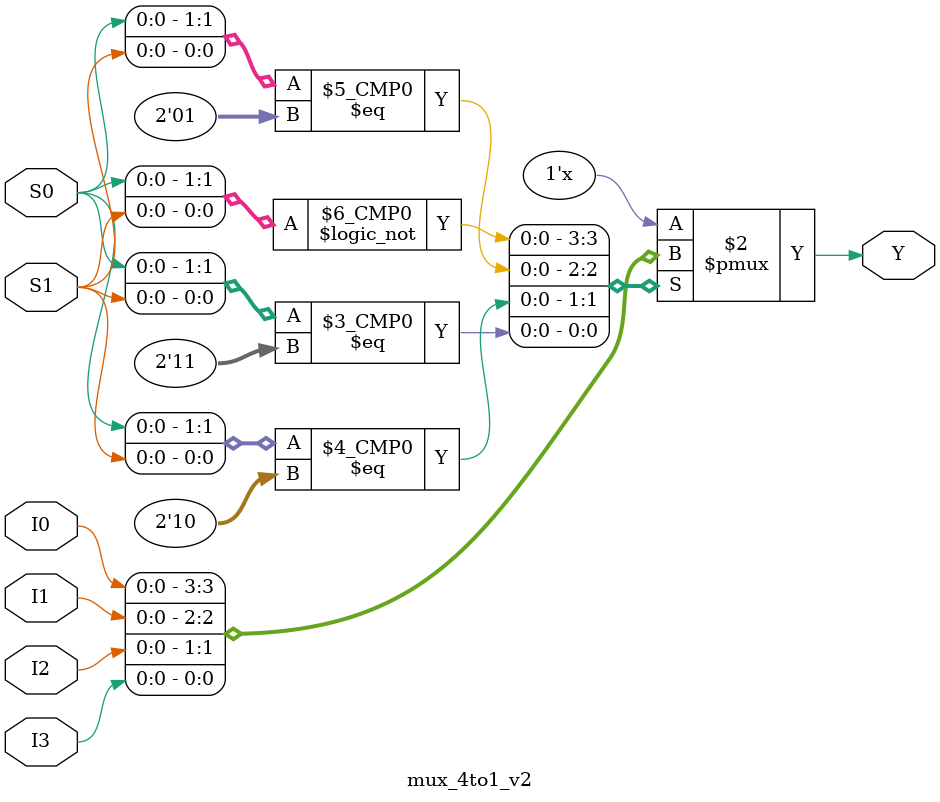
<source format=v>
module mux_4to1_v2(I0, I1, I2, I3, S0, S1, Y);

output reg Y;
input [3:0] I0, I1, I2, I3;
input S0, S1;

always @ (*) begin

case ({S0, S1})
    2'b00 : Y = I0;
    2'b01 : Y = I1;
    2'b10 : Y = I2;
    2'b11 : Y = I3;
endcase

end

endmodule



</source>
